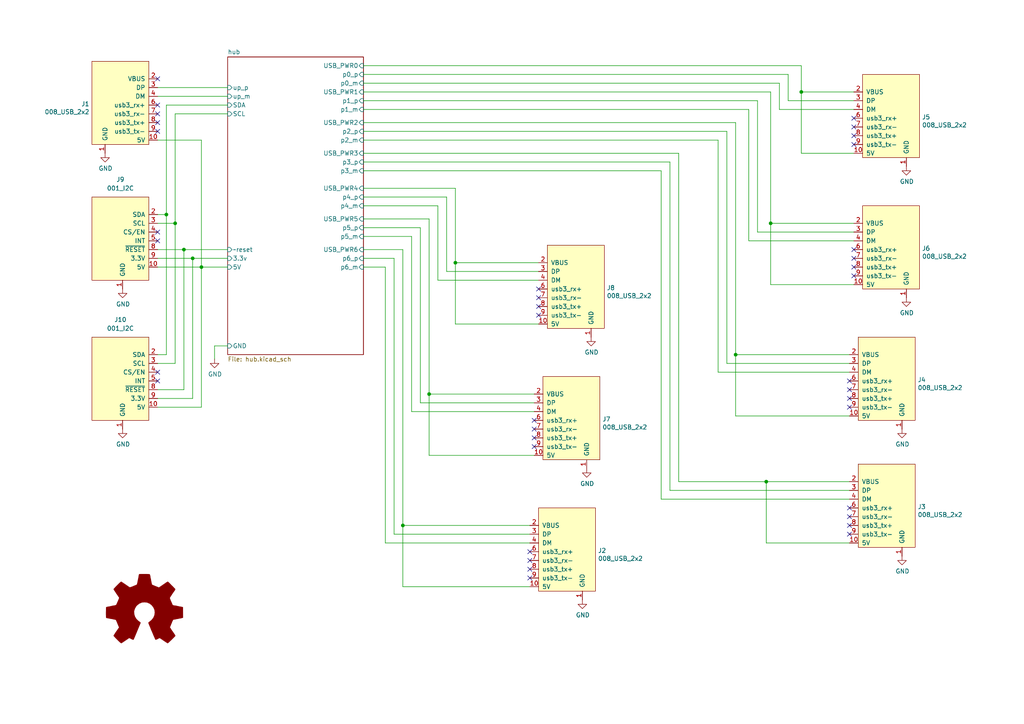
<source format=kicad_sch>
(kicad_sch (version 20230121) (generator eeschema)

  (uuid e877bf4a-4210-4bd3-b7b0-806eb4affc5b)

  (paper "A4")

  (lib_symbols
    (symbol "Graphic:Logo_Open_Hardware_Large" (in_bom no) (on_board no)
      (property "Reference" "#SYM" (at 0 12.7 0)
        (effects (font (size 1.27 1.27)) hide)
      )
      (property "Value" "Logo_Open_Hardware_Large" (at 0 -10.16 0)
        (effects (font (size 1.27 1.27)) hide)
      )
      (property "Footprint" "" (at 0 0 0)
        (effects (font (size 1.27 1.27)) hide)
      )
      (property "Datasheet" "~" (at 0 0 0)
        (effects (font (size 1.27 1.27)) hide)
      )
      (property "Sim.Enable" "0" (at 0 0 0)
        (effects (font (size 1.27 1.27)) hide)
      )
      (property "ki_keywords" "Logo" (at 0 0 0)
        (effects (font (size 1.27 1.27)) hide)
      )
      (property "ki_description" "Open Hardware logo, large" (at 0 0 0)
        (effects (font (size 1.27 1.27)) hide)
      )
      (symbol "Logo_Open_Hardware_Large_1_1"
        (polyline
          (pts
            (xy 6.731 -8.7122)
            (xy 6.6294 -8.6614)
            (xy 6.35 -8.4836)
            (xy 5.9944 -8.255)
            (xy 5.5372 -7.9502)
            (xy 5.1054 -7.6454)
            (xy 4.7498 -7.4168)
            (xy 4.4958 -7.239)
            (xy 4.3942 -7.1882)
            (xy 4.318 -7.2136)
            (xy 4.1148 -7.3152)
            (xy 3.81 -7.4676)
            (xy 3.6322 -7.5692)
            (xy 3.3528 -7.6708)
            (xy 3.2258 -7.6962)
            (xy 3.2004 -7.6708)
            (xy 3.0988 -7.4676)
            (xy 2.9464 -7.0866)
            (xy 2.7178 -6.604)
            (xy 2.4892 -6.0452)
            (xy 2.2352 -5.4356)
            (xy 1.9558 -4.826)
            (xy 1.7272 -4.2164)
            (xy 1.4986 -3.683)
            (xy 1.3208 -3.2512)
            (xy 1.2192 -2.9464)
            (xy 1.1684 -2.8194)
            (xy 1.1938 -2.794)
            (xy 1.3208 -2.667)
            (xy 1.5748 -2.4892)
            (xy 2.0828 -2.0574)
            (xy 2.6162 -1.397)
            (xy 2.921 -0.6604)
            (xy 3.048 0.1524)
            (xy 2.9464 0.9144)
            (xy 2.6416 1.6256)
            (xy 2.1336 2.286)
            (xy 1.524 2.7686)
            (xy 0.8128 3.0734)
            (xy 0 3.175)
            (xy -0.762 3.0988)
            (xy -1.4986 2.794)
            (xy -2.159 2.286)
            (xy -2.4384 1.9812)
            (xy -2.8194 1.3208)
            (xy -3.048 0.6096)
            (xy -3.0734 0.4318)
            (xy -3.0226 -0.3556)
            (xy -2.794 -1.0922)
            (xy -2.3876 -1.7526)
            (xy -1.8288 -2.3114)
            (xy -1.7526 -2.3622)
            (xy -1.4732 -2.5654)
            (xy -1.2954 -2.6924)
            (xy -1.1684 -2.8194)
            (xy -2.159 -5.207)
            (xy -2.3114 -5.588)
            (xy -2.5908 -6.2484)
            (xy -2.8194 -6.8072)
            (xy -3.0226 -7.2644)
            (xy -3.1496 -7.5692)
            (xy -3.2258 -7.6708)
            (xy -3.2258 -7.6962)
            (xy -3.302 -7.6962)
            (xy -3.4798 -7.6454)
            (xy -3.8354 -7.4676)
            (xy -4.0386 -7.366)
            (xy -4.2926 -7.239)
            (xy -4.4196 -7.1882)
            (xy -4.5212 -7.239)
            (xy -4.7498 -7.3914)
            (xy -5.1054 -7.6454)
            (xy -5.5372 -7.9248)
            (xy -5.9436 -8.2042)
            (xy -6.3246 -8.4582)
            (xy -6.604 -8.636)
            (xy -6.731 -8.7122)
            (xy -6.7564 -8.7122)
            (xy -6.858 -8.636)
            (xy -7.0866 -8.4582)
            (xy -7.4168 -8.1534)
            (xy -7.874 -7.6962)
            (xy -7.9502 -7.62)
            (xy -8.3312 -7.239)
            (xy -8.636 -6.9088)
            (xy -8.8392 -6.6802)
            (xy -8.9154 -6.5786)
            (xy -8.9154 -6.5786)
            (xy -8.8392 -6.4516)
            (xy -8.6614 -6.1722)
            (xy -8.4328 -5.7912)
            (xy -8.128 -5.3594)
            (xy -7.3152 -4.191)
            (xy -7.7724 -3.0988)
            (xy -7.8994 -2.7686)
            (xy -8.0772 -2.3622)
            (xy -8.2042 -2.0828)
            (xy -8.255 -1.9558)
            (xy -8.382 -1.905)
            (xy -8.6614 -1.8542)
            (xy -9.0932 -1.7526)
            (xy -9.6266 -1.651)
            (xy -10.1092 -1.5748)
            (xy -10.541 -1.4732)
            (xy -10.8712 -1.4224)
            (xy -11.0236 -1.397)
            (xy -11.049 -1.3716)
            (xy -11.0744 -1.2954)
            (xy -11.0998 -1.143)
            (xy -11.0998 -0.889)
            (xy -11.1252 -0.4572)
            (xy -11.1252 0.1524)
            (xy -11.1252 0.2286)
            (xy -11.0998 0.8128)
            (xy -11.0998 1.27)
            (xy -11.0744 1.5494)
            (xy -11.0744 1.6764)
            (xy -11.0744 1.6764)
            (xy -10.922 1.7018)
            (xy -10.6172 1.778)
            (xy -10.16 1.8542)
            (xy -9.652 1.9558)
            (xy -9.6012 1.9812)
            (xy -9.0932 2.0828)
            (xy -8.636 2.159)
            (xy -8.3312 2.2352)
            (xy -8.2042 2.286)
            (xy -8.1788 2.3114)
            (xy -8.0772 2.5146)
            (xy -7.9248 2.8448)
            (xy -7.747 3.2512)
            (xy -7.5692 3.6576)
            (xy -7.4168 4.0386)
            (xy -7.3152 4.318)
            (xy -7.2898 4.445)
            (xy -7.2898 4.445)
            (xy -7.366 4.572)
            (xy -7.5438 4.826)
            (xy -7.7978 5.207)
            (xy -8.128 5.6642)
            (xy -8.128 5.6896)
            (xy -8.4328 6.1468)
            (xy -8.6868 6.5278)
            (xy -8.8392 6.7818)
            (xy -8.9154 6.9088)
            (xy -8.9154 6.9088)
            (xy -8.8138 7.0358)
            (xy -8.5852 7.2898)
            (xy -8.255 7.6454)
            (xy -7.874 8.0264)
            (xy -7.747 8.1534)
            (xy -7.3152 8.5852)
            (xy -7.0104 8.8646)
            (xy -6.8326 8.9916)
            (xy -6.731 9.0424)
            (xy -6.731 9.0424)
            (xy -6.604 8.9408)
            (xy -6.3246 8.763)
            (xy -5.9436 8.509)
            (xy -5.4864 8.2042)
            (xy -5.461 8.1788)
            (xy -5.0038 7.874)
            (xy -4.6482 7.62)
            (xy -4.3688 7.4422)
            (xy -4.2672 7.3914)
            (xy -4.2418 7.3914)
            (xy -4.064 7.4422)
            (xy -3.7338 7.5438)
            (xy -3.3528 7.6962)
            (xy -2.9464 7.874)
            (xy -2.5654 8.0264)
            (xy -2.286 8.1534)
            (xy -2.159 8.2296)
            (xy -2.159 8.2296)
            (xy -2.1082 8.382)
            (xy -2.032 8.7122)
            (xy -1.9304 9.1694)
            (xy -1.8288 9.7282)
            (xy -1.8034 9.8044)
            (xy -1.7018 10.3378)
            (xy -1.6256 10.7696)
            (xy -1.5748 11.0744)
            (xy -1.524 11.2014)
            (xy -1.4478 11.2268)
            (xy -1.1938 11.2522)
            (xy -0.8128 11.2522)
            (xy -0.3302 11.2522)
            (xy 0.1524 11.2522)
            (xy 0.6604 11.2522)
            (xy 1.0668 11.2268)
            (xy 1.3716 11.2014)
            (xy 1.4986 11.176)
            (xy 1.4986 11.176)
            (xy 1.5494 11.0236)
            (xy 1.6256 10.6934)
            (xy 1.7018 10.2108)
            (xy 1.8288 9.6774)
            (xy 1.8288 9.5758)
            (xy 1.9304 9.0424)
            (xy 2.032 8.6106)
            (xy 2.0828 8.3058)
            (xy 2.1336 8.2042)
            (xy 2.159 8.1788)
            (xy 2.3876 8.0772)
            (xy 2.7432 7.9248)
            (xy 3.175 7.747)
            (xy 4.191 7.3406)
            (xy 5.461 8.2042)
            (xy 5.5626 8.2804)
            (xy 6.0198 8.5852)
            (xy 6.3754 8.8392)
            (xy 6.6294 8.9916)
            (xy 6.7564 9.0424)
            (xy 6.7564 9.0424)
            (xy 6.8834 8.9408)
            (xy 7.1374 8.7122)
            (xy 7.4676 8.382)
            (xy 7.8486 7.9756)
            (xy 8.1534 7.6962)
            (xy 8.4836 7.3406)
            (xy 8.7122 7.112)
            (xy 8.8392 6.9596)
            (xy 8.8646 6.858)
            (xy 8.8646 6.8072)
            (xy 8.7884 6.6802)
            (xy 8.6106 6.4008)
            (xy 8.3312 6.0198)
            (xy 8.0264 5.588)
            (xy 7.7978 5.207)
            (xy 7.5184 4.8006)
            (xy 7.3406 4.4958)
            (xy 7.2898 4.3434)
            (xy 7.2898 4.2926)
            (xy 7.3914 4.0386)
            (xy 7.5184 3.683)
            (xy 7.7216 3.2258)
            (xy 8.1534 2.2352)
            (xy 8.7884 2.1082)
            (xy 9.1948 2.0574)
            (xy 9.7536 1.9304)
            (xy 10.2616 1.8288)
            (xy 11.0998 1.6764)
            (xy 11.1252 -1.3208)
            (xy 10.9982 -1.3716)
            (xy 10.8712 -1.397)
            (xy 10.5664 -1.4732)
            (xy 10.1346 -1.5494)
            (xy 9.6266 -1.651)
            (xy 9.1948 -1.7272)
            (xy 8.7376 -1.8288)
            (xy 8.4328 -1.8796)
            (xy 8.2804 -1.905)
            (xy 8.255 -1.9558)
            (xy 8.1534 -2.159)
            (xy 7.9756 -2.5146)
            (xy 7.8232 -2.921)
            (xy 7.6454 -3.3274)
            (xy 7.493 -3.7338)
            (xy 7.366 -4.0132)
            (xy 7.3406 -4.191)
            (xy 7.3914 -4.2926)
            (xy 7.5692 -4.5466)
            (xy 7.7978 -4.9276)
            (xy 8.1026 -5.3594)
            (xy 8.4074 -5.7912)
            (xy 8.6614 -6.1722)
            (xy 8.8138 -6.4262)
            (xy 8.89 -6.5532)
            (xy 8.8646 -6.6548)
            (xy 8.6868 -6.858)
            (xy 8.3566 -7.1882)
            (xy 7.874 -7.6708)
            (xy 7.7978 -7.747)
            (xy 7.3914 -8.128)
            (xy 7.0612 -8.4328)
            (xy 6.8326 -8.636)
            (xy 6.731 -8.7122)
          )
          (stroke (width 0) (type default))
          (fill (type outline))
        )
      )
    )
    (symbol "power:GND" (power) (pin_names (offset 0)) (in_bom yes) (on_board yes)
      (property "Reference" "#PWR" (at 0 -6.35 0)
        (effects (font (size 1.27 1.27)) hide)
      )
      (property "Value" "GND" (at 0 -3.81 0)
        (effects (font (size 1.27 1.27)))
      )
      (property "Footprint" "" (at 0 0 0)
        (effects (font (size 1.27 1.27)) hide)
      )
      (property "Datasheet" "" (at 0 0 0)
        (effects (font (size 1.27 1.27)) hide)
      )
      (property "ki_keywords" "global power" (at 0 0 0)
        (effects (font (size 1.27 1.27)) hide)
      )
      (property "ki_description" "Power symbol creates a global label with name \"GND\" , ground" (at 0 0 0)
        (effects (font (size 1.27 1.27)) hide)
      )
      (symbol "GND_0_1"
        (polyline
          (pts
            (xy 0 0)
            (xy 0 -1.27)
            (xy 1.27 -1.27)
            (xy 0 -2.54)
            (xy -1.27 -1.27)
            (xy 0 -1.27)
          )
          (stroke (width 0) (type default))
          (fill (type none))
        )
      )
      (symbol "GND_1_1"
        (pin power_in line (at 0 0 270) (length 0) hide
          (name "GND" (effects (font (size 1.27 1.27))))
          (number "1" (effects (font (size 1.27 1.27))))
        )
      )
    )
    (symbol "put_on_edge:001_I2C" (pin_names (offset 1.016)) (in_bom yes) (on_board yes)
      (property "Reference" "J" (at -2.54 13.97 0)
        (effects (font (size 1.27 1.27)))
      )
      (property "Value" "001_I2C" (at 8.89 13.97 0)
        (effects (font (size 1.27 1.27)))
      )
      (property "Footprint" "" (at 7.62 16.51 0)
        (effects (font (size 1.27 1.27)) hide)
      )
      (property "Datasheet" "" (at 7.62 16.51 0)
        (effects (font (size 1.27 1.27)) hide)
      )
      (symbol "001_I2C_0_1"
        (rectangle (start -8.89 12.7) (end 7.62 -11.43)
          (stroke (width 0) (type default))
          (fill (type background))
        )
      )
      (symbol "001_I2C_1_1"
        (pin power_in line (at -1.27 -13.97 90) (length 2.54)
          (name "GND" (effects (font (size 1.27 1.27))))
          (number "1" (effects (font (size 1.27 1.27))))
        )
        (pin power_in line (at -11.43 -7.62 0) (length 2.54)
          (name "5V" (effects (font (size 1.27 1.27))))
          (number "10" (effects (font (size 1.27 1.27))))
        )
        (pin bidirectional line (at -11.43 7.62 0) (length 2.54)
          (name "SDA" (effects (font (size 1.27 1.27))))
          (number "2" (effects (font (size 1.27 1.27))))
        )
        (pin bidirectional line (at -11.43 5.08 0) (length 2.54)
          (name "SCL" (effects (font (size 1.27 1.27))))
          (number "3" (effects (font (size 1.27 1.27))))
        )
        (pin bidirectional line (at -11.43 2.54 0) (length 2.54)
          (name "CS/EN" (effects (font (size 1.27 1.27))))
          (number "4" (effects (font (size 1.27 1.27))))
        )
        (pin bidirectional line (at -11.43 0 0) (length 2.54)
          (name "INT" (effects (font (size 1.27 1.27))))
          (number "5" (effects (font (size 1.27 1.27))))
        )
        (pin bidirectional line (at -11.43 -2.54 0) (length 2.54)
          (name "~{RESET}" (effects (font (size 1.27 1.27))))
          (number "8" (effects (font (size 1.27 1.27))))
        )
        (pin power_in line (at -11.43 -5.08 0) (length 2.54)
          (name "3.3V" (effects (font (size 1.27 1.27))))
          (number "9" (effects (font (size 1.27 1.27))))
        )
      )
    )
    (symbol "put_on_edge:008_USB" (pin_names (offset 1.016)) (in_bom yes) (on_board yes)
      (property "Reference" "J" (at -2.54 13.97 0)
        (effects (font (size 1.27 1.27)))
      )
      (property "Value" "008_USB" (at 8.89 13.97 0)
        (effects (font (size 1.27 1.27)))
      )
      (property "Footprint" "" (at 7.62 16.51 0)
        (effects (font (size 1.27 1.27)) hide)
      )
      (property "Datasheet" "" (at 7.62 16.51 0)
        (effects (font (size 1.27 1.27)) hide)
      )
      (symbol "008_USB_0_1"
        (rectangle (start -8.89 12.7) (end 7.62 -11.43)
          (stroke (width 0) (type default))
          (fill (type background))
        )
      )
      (symbol "008_USB_1_1"
        (pin power_in line (at 3.81 -13.97 90) (length 2.54)
          (name "GND" (effects (font (size 1.27 1.27))))
          (number "1" (effects (font (size 1.27 1.27))))
        )
        (pin power_in line (at -11.43 -10.16 0) (length 2.54)
          (name "5V" (effects (font (size 1.27 1.27))))
          (number "10" (effects (font (size 1.27 1.27))))
        )
        (pin power_in line (at -11.43 7.62 0) (length 2.54)
          (name "VBUS" (effects (font (size 1.27 1.27))))
          (number "2" (effects (font (size 1.27 1.27))))
        )
        (pin bidirectional line (at -11.43 5.08 0) (length 2.54)
          (name "DP" (effects (font (size 1.27 1.27))))
          (number "3" (effects (font (size 1.27 1.27))))
        )
        (pin bidirectional line (at -11.43 2.54 0) (length 2.54)
          (name "DM" (effects (font (size 1.27 1.27))))
          (number "4" (effects (font (size 1.27 1.27))))
        )
        (pin input line (at -11.43 0 0) (length 2.54)
          (name "usb3_rx+" (effects (font (size 1.27 1.27))))
          (number "6" (effects (font (size 1.27 1.27))))
        )
        (pin input line (at -11.43 -2.54 0) (length 2.54)
          (name "usb3_rx-" (effects (font (size 1.27 1.27))))
          (number "7" (effects (font (size 1.27 1.27))))
        )
        (pin input line (at -11.43 -5.08 0) (length 2.54)
          (name "usb3_tx+" (effects (font (size 1.27 1.27))))
          (number "8" (effects (font (size 1.27 1.27))))
        )
        (pin input line (at -11.43 -7.62 0) (length 2.54)
          (name "usb3_tx-" (effects (font (size 1.27 1.27))))
          (number "9" (effects (font (size 1.27 1.27))))
        )
      )
    )
  )

  (junction (at 116.84 152.4) (diameter 0) (color 0 0 0 0)
    (uuid 173c791b-ad23-46fe-bde1-3f14519d4ad0)
  )
  (junction (at 223.52 64.77) (diameter 0) (color 0 0 0 0)
    (uuid 184c1293-48a0-49d2-a9bb-d0c6263df333)
  )
  (junction (at 48.26 62.23) (diameter 0) (color 0 0 0 0)
    (uuid 357f888e-570a-420e-a0f4-fe81fa98fd10)
  )
  (junction (at 50.8 64.77) (diameter 0) (color 0 0 0 0)
    (uuid 3a801f5c-58fe-42d1-bb72-05a0ef4c7ddb)
  )
  (junction (at 124.46 114.3) (diameter 0) (color 0 0 0 0)
    (uuid 3afbeecd-50e0-484a-a54d-601baa192bfe)
  )
  (junction (at 58.42 77.47) (diameter 0) (color 0 0 0 0)
    (uuid 46a7eb52-71a7-47c7-8582-ca24ad5d4007)
  )
  (junction (at 232.41 26.67) (diameter 0) (color 0 0 0 0)
    (uuid 50dd36cf-9f2f-4036-aecb-7d5e248e595f)
  )
  (junction (at 55.88 74.93) (diameter 0) (color 0 0 0 0)
    (uuid c49c440b-d100-4dfc-a339-de6ca6d72f32)
  )
  (junction (at 53.34 72.39) (diameter 0) (color 0 0 0 0)
    (uuid cfcb524c-29c9-4ecd-9c48-84b0e3a6af71)
  )
  (junction (at 213.36 102.87) (diameter 0) (color 0 0 0 0)
    (uuid cfcda6c4-e738-4c78-8e24-edda1f4e2317)
  )
  (junction (at 132.08 76.2) (diameter 0) (color 0 0 0 0)
    (uuid f3ed7b9c-95b7-4d9a-aaec-e432be5701a6)
  )
  (junction (at 222.25 139.7) (diameter 0) (color 0 0 0 0)
    (uuid fd1a3e71-d7fe-4f79-9fe4-12f0a2b0e1a6)
  )

  (no_connect (at 156.21 83.82) (uuid 0e9d8f7a-d0d9-4926-a04d-21863bb305a4))
  (no_connect (at 45.72 22.86) (uuid 12f0783c-74fa-47a0-8f0e-ef38710451d9))
  (no_connect (at 247.65 39.37) (uuid 180245d9-4a3f-4d1b-adcc-b4eafac722e0))
  (no_connect (at 45.72 35.56) (uuid 1fbb0219-551e-409b-a61b-76e8cebdfb9d))
  (no_connect (at 247.65 72.39) (uuid 28e37b45-f843-47c2-85c9-ca19f5430ece))
  (no_connect (at 153.67 167.64) (uuid 30f4ab90-53c6-4c51-827f-d87c6b512c07))
  (no_connect (at 246.38 152.4) (uuid 3326423d-8df7-4a7e-a354-349430b8fbd7))
  (no_connect (at 154.94 127) (uuid 3af57f36-4eb5-45d5-833f-ecbd3917d9c7))
  (no_connect (at 247.65 80.01) (uuid 3c5e5ea9-793d-46e3-86bc-5884c4490dc7))
  (no_connect (at 246.38 154.94) (uuid 4d4fecdd-be4a-47e9-9085-2268d5852d8f))
  (no_connect (at 156.21 88.9) (uuid 4d9f0f75-f530-4f4e-8119-34a1cd8b957c))
  (no_connect (at 246.38 149.86) (uuid 4ec618ae-096f-4256-9328-005ee04f13d6))
  (no_connect (at 247.65 36.83) (uuid 54212c01-b363-47b8-a145-45c40df316f4))
  (no_connect (at 45.72 69.85) (uuid 5a6056f5-199c-4e23-8e13-96f5632457fc))
  (no_connect (at 246.38 115.57) (uuid 5d9921f1-08b3-4cc9-8cf7-e9a72ca2fdb7))
  (no_connect (at 153.67 162.56) (uuid 6004948e-fa49-4c45-a47b-a1212ce4ace1))
  (no_connect (at 153.67 160.02) (uuid 621f9234-5ce7-46b6-adfa-1b7504a19be4))
  (no_connect (at 153.67 165.1) (uuid 62bc7c40-1f02-48f0-8ed3-86e0eb2755dd))
  (no_connect (at 45.72 30.48) (uuid 79770cd5-32d7-429a-8248-0d9e6212231a))
  (no_connect (at 45.72 38.1) (uuid 7bfba61b-6752-4a45-9ee6-5984dcb15041))
  (no_connect (at 247.65 74.93) (uuid 88610282-a92d-4c3d-917a-ea95d59e0759))
  (no_connect (at 246.38 147.32) (uuid 92035a88-6c95-4a61-bd8a-cb8dd9e5018a))
  (no_connect (at 156.21 86.36) (uuid 96404a45-5e74-4fac-a8e4-bf349df9276c))
  (no_connect (at 247.65 77.47) (uuid 98914cc3-56fe-40bb-820a-3d157225c145))
  (no_connect (at 45.72 33.02) (uuid 99332785-d9f1-4363-9377-26ddc18e6d2c))
  (no_connect (at 247.65 34.29) (uuid 99dfa524-0366-4808-b4e8-328fc38e8656))
  (no_connect (at 154.94 121.92) (uuid 9a799cbb-bb38-4f15-bdca-92e7a8e51304))
  (no_connect (at 246.38 110.49) (uuid 9dcdc92b-2219-4a4a-8954-45f02cc3ab25))
  (no_connect (at 45.72 67.31) (uuid 9f8b8f9c-43ea-4d97-8533-38e997835cb4))
  (no_connect (at 45.72 110.49) (uuid af8ee20b-78ac-40bc-a4ec-7ca1e5df05aa))
  (no_connect (at 154.94 124.46) (uuid b31cf212-daa4-4a05-846f-f29b2e2162cc))
  (no_connect (at 246.38 118.11) (uuid c8b6b273-3d20-4a46-8069-f6d608563604))
  (no_connect (at 45.72 107.95) (uuid cb1c6c68-a042-40dc-b7b9-d276792b3077))
  (no_connect (at 154.94 129.54) (uuid d1e86bf8-a102-4bbc-9af9-fb12493dc0af))
  (no_connect (at 246.38 113.03) (uuid dae72997-44fc-4275-b36f-cd70bf46cfba))
  (no_connect (at 247.65 41.91) (uuid f8f3a9fc-1e34-4573-a767-508104e8d242))
  (no_connect (at 156.21 91.44) (uuid ff84ea60-6e59-41c2-a6d3-bbefd5b13140))

  (wire (pts (xy 45.72 115.57) (xy 55.88 115.57))
    (stroke (width 0) (type default))
    (uuid 010240bf-5ae3-4727-a07f-ae6d28c13bc4)
  )
  (wire (pts (xy 219.71 67.31) (xy 219.71 29.21))
    (stroke (width 0) (type default))
    (uuid 014d5e40-b405-481e-85c2-e2196780a4c5)
  )
  (wire (pts (xy 111.76 157.48) (xy 111.76 77.47))
    (stroke (width 0) (type default))
    (uuid 01edea46-31d5-4123-92fc-764455d5b38a)
  )
  (wire (pts (xy 114.3 154.94) (xy 114.3 74.93))
    (stroke (width 0) (type default))
    (uuid 01ffe894-13ee-4951-ab6e-21848960fffe)
  )
  (wire (pts (xy 156.21 81.28) (xy 127 81.28))
    (stroke (width 0) (type default))
    (uuid 04e3a060-159d-433d-bf95-33342af5268b)
  )
  (wire (pts (xy 129.54 78.74) (xy 129.54 57.15))
    (stroke (width 0) (type default))
    (uuid 05eab202-a383-4eb5-bd1c-b3e44f0b4687)
  )
  (wire (pts (xy 45.72 64.77) (xy 50.8 64.77))
    (stroke (width 0) (type default))
    (uuid 06f528d1-15c3-47e6-8c8b-b3e18648f81f)
  )
  (wire (pts (xy 213.36 102.87) (xy 213.36 120.65))
    (stroke (width 0) (type default))
    (uuid 07859b49-a0ee-476f-9fc5-7bd665b51527)
  )
  (wire (pts (xy 246.38 107.95) (xy 208.28 107.95))
    (stroke (width 0) (type default))
    (uuid 09a76f23-0e0c-4b48-8717-283b036e43f8)
  )
  (wire (pts (xy 232.41 26.67) (xy 232.41 44.45))
    (stroke (width 0) (type default))
    (uuid 0c84fdc7-d928-426c-9981-84044e5881ec)
  )
  (wire (pts (xy 55.88 74.93) (xy 66.04 74.93))
    (stroke (width 0) (type default))
    (uuid 0ea0adc2-d751-4752-bf98-770f13e7dbfd)
  )
  (wire (pts (xy 105.41 26.67) (xy 223.52 26.67))
    (stroke (width 0) (type default))
    (uuid 0fe82587-ebb0-4b2b-afbc-8e26ae7afe5a)
  )
  (wire (pts (xy 48.26 30.48) (xy 66.04 30.48))
    (stroke (width 0) (type default))
    (uuid 1185ebff-1526-43c8-b6a5-81fd845260a9)
  )
  (wire (pts (xy 121.92 116.84) (xy 121.92 66.04))
    (stroke (width 0) (type default))
    (uuid 182ab1e5-6532-45d7-a6bc-b32573844ce4)
  )
  (wire (pts (xy 210.82 105.41) (xy 210.82 38.1))
    (stroke (width 0) (type default))
    (uuid 1c8a0ef5-92c8-4f78-9924-9fa0f6c41cfe)
  )
  (wire (pts (xy 154.94 116.84) (xy 121.92 116.84))
    (stroke (width 0) (type default))
    (uuid 21ce15f6-6fd2-4d3a-8970-6ae380d75711)
  )
  (wire (pts (xy 105.41 21.59) (xy 228.6 21.59))
    (stroke (width 0) (type default))
    (uuid 26202e44-9bf0-4c71-9266-509dda8abecf)
  )
  (wire (pts (xy 124.46 63.5) (xy 124.46 114.3))
    (stroke (width 0) (type default))
    (uuid 2809c87b-7062-4cfe-9183-5526526f1acf)
  )
  (wire (pts (xy 232.41 19.05) (xy 232.41 26.67))
    (stroke (width 0) (type default))
    (uuid 29e78086-2175-405e-9ba3-c48766d2f50c)
  )
  (wire (pts (xy 127 81.28) (xy 127 59.69))
    (stroke (width 0) (type default))
    (uuid 31b561d7-0199-4191-9661-d91d9aefdb1b)
  )
  (wire (pts (xy 213.36 35.56) (xy 213.36 102.87))
    (stroke (width 0) (type default))
    (uuid 36505f22-2b2b-4e44-bf2c-88ce1740e165)
  )
  (wire (pts (xy 62.23 100.33) (xy 66.04 100.33))
    (stroke (width 0) (type default))
    (uuid 37433b83-47e2-4268-b503-6f0c77900082)
  )
  (wire (pts (xy 223.52 64.77) (xy 247.65 64.77))
    (stroke (width 0) (type default))
    (uuid 37cad880-e144-4919-a121-ce5f8625a786)
  )
  (wire (pts (xy 50.8 105.41) (xy 50.8 64.77))
    (stroke (width 0) (type default))
    (uuid 3b04fb7a-4755-4456-96d1-cc26496ba640)
  )
  (wire (pts (xy 124.46 114.3) (xy 154.94 114.3))
    (stroke (width 0) (type default))
    (uuid 3c596e2c-78cd-4ef1-860d-91778113c7b4)
  )
  (wire (pts (xy 219.71 29.21) (xy 105.41 29.21))
    (stroke (width 0) (type default))
    (uuid 44872c30-ad28-4f76-9f87-9f4e812bd9a9)
  )
  (wire (pts (xy 45.72 113.03) (xy 53.34 113.03))
    (stroke (width 0) (type default))
    (uuid 47a80e4b-f9a3-49df-83da-aa7033e343d3)
  )
  (wire (pts (xy 105.41 72.39) (xy 116.84 72.39))
    (stroke (width 0) (type default))
    (uuid 4aeebf80-1efc-48e5-afd6-31d01dd5de54)
  )
  (wire (pts (xy 111.76 77.47) (xy 105.41 77.47))
    (stroke (width 0) (type default))
    (uuid 4c745a56-c626-4934-b519-e09c4fc38c28)
  )
  (wire (pts (xy 121.92 66.04) (xy 105.41 66.04))
    (stroke (width 0) (type default))
    (uuid 4db48337-1010-450c-8f54-294cb2886687)
  )
  (wire (pts (xy 132.08 76.2) (xy 156.21 76.2))
    (stroke (width 0) (type default))
    (uuid 4dbdcb9a-9686-4090-b779-489eca91cc50)
  )
  (wire (pts (xy 66.04 33.02) (xy 50.8 33.02))
    (stroke (width 0) (type default))
    (uuid 4deea094-e55c-4ccd-8c4f-b6aed401c8aa)
  )
  (wire (pts (xy 53.34 113.03) (xy 53.34 72.39))
    (stroke (width 0) (type default))
    (uuid 4e20706d-defb-47c0-af6c-4b09a263b3db)
  )
  (wire (pts (xy 226.06 24.13) (xy 105.41 24.13))
    (stroke (width 0) (type default))
    (uuid 52eb5932-8816-438f-9d6a-6010d47b8e45)
  )
  (wire (pts (xy 153.67 154.94) (xy 114.3 154.94))
    (stroke (width 0) (type default))
    (uuid 566adf7e-8db6-4517-9562-42cb2262add2)
  )
  (wire (pts (xy 232.41 19.05) (xy 105.41 19.05))
    (stroke (width 0) (type default))
    (uuid 57849927-4b5d-4d0f-8f78-cd629b2aca24)
  )
  (wire (pts (xy 247.65 69.85) (xy 217.17 69.85))
    (stroke (width 0) (type default))
    (uuid 599bccdb-e2bf-41c5-9848-ec8c01376960)
  )
  (wire (pts (xy 124.46 132.08) (xy 124.46 114.3))
    (stroke (width 0) (type default))
    (uuid 5b9b6d1b-0098-4955-995c-d8a3ea149fea)
  )
  (wire (pts (xy 45.72 62.23) (xy 48.26 62.23))
    (stroke (width 0) (type default))
    (uuid 5c38f939-76fc-419c-8996-5477ee84b8f0)
  )
  (wire (pts (xy 232.41 44.45) (xy 247.65 44.45))
    (stroke (width 0) (type default))
    (uuid 5c8056ad-1d75-4fd9-b5dd-86b441b9bae9)
  )
  (wire (pts (xy 62.23 104.14) (xy 62.23 100.33))
    (stroke (width 0) (type default))
    (uuid 5f333c2a-99ea-4694-8b67-6adeced3eec8)
  )
  (wire (pts (xy 105.41 54.61) (xy 132.08 54.61))
    (stroke (width 0) (type default))
    (uuid 61330bf4-0526-4808-bf0d-90ceb669b23d)
  )
  (wire (pts (xy 247.65 67.31) (xy 219.71 67.31))
    (stroke (width 0) (type default))
    (uuid 643d38d4-5b65-4ba0-b8a7-b44b13e0b200)
  )
  (wire (pts (xy 45.72 74.93) (xy 55.88 74.93))
    (stroke (width 0) (type default))
    (uuid 67a5e928-5dc9-401e-a222-15b66bbfba89)
  )
  (wire (pts (xy 119.38 119.38) (xy 119.38 68.58))
    (stroke (width 0) (type default))
    (uuid 6a787d87-2d1c-48d0-816b-b72c719ff5fd)
  )
  (wire (pts (xy 116.84 72.39) (xy 116.84 152.4))
    (stroke (width 0) (type default))
    (uuid 6b9777eb-7475-4079-a3b9-0b926064ec26)
  )
  (wire (pts (xy 105.41 49.53) (xy 191.77 49.53))
    (stroke (width 0) (type default))
    (uuid 6cebb8fc-a014-4386-b851-0dc316201092)
  )
  (wire (pts (xy 217.17 69.85) (xy 217.17 31.75))
    (stroke (width 0) (type default))
    (uuid 6d4132af-497f-4e8b-ac0a-36cc01159dc4)
  )
  (wire (pts (xy 223.52 82.55) (xy 247.65 82.55))
    (stroke (width 0) (type default))
    (uuid 72a5db00-77e9-4c8d-8283-59cb41a15a0e)
  )
  (wire (pts (xy 154.94 119.38) (xy 119.38 119.38))
    (stroke (width 0) (type default))
    (uuid 77080a78-fd4f-4e43-a50b-c30701c6beea)
  )
  (wire (pts (xy 153.67 170.18) (xy 116.84 170.18))
    (stroke (width 0) (type default))
    (uuid 783ec9ff-8f79-43b3-8cfa-477265b5b627)
  )
  (wire (pts (xy 58.42 77.47) (xy 66.04 77.47))
    (stroke (width 0) (type default))
    (uuid 78c8ee5f-232f-436d-a793-25bce57de71f)
  )
  (wire (pts (xy 247.65 31.75) (xy 226.06 31.75))
    (stroke (width 0) (type default))
    (uuid 7b4469ec-fbfc-4f24-bc1d-63ac2a48db9f)
  )
  (wire (pts (xy 45.72 27.94) (xy 66.04 27.94))
    (stroke (width 0) (type default))
    (uuid 7bdeabe1-729b-4cad-ab81-05b54731414b)
  )
  (wire (pts (xy 45.72 40.64) (xy 58.42 40.64))
    (stroke (width 0) (type default))
    (uuid 8096a561-bce7-4fdf-9d0c-540422a2fe82)
  )
  (wire (pts (xy 156.21 78.74) (xy 129.54 78.74))
    (stroke (width 0) (type default))
    (uuid 82141a90-4572-472c-a599-bf0d79e380e6)
  )
  (wire (pts (xy 132.08 93.98) (xy 132.08 76.2))
    (stroke (width 0) (type default))
    (uuid 8236fd7e-27aa-47a5-9d8c-57839f24ae71)
  )
  (wire (pts (xy 45.72 102.87) (xy 48.26 102.87))
    (stroke (width 0) (type default))
    (uuid 82eccd97-5ad4-42d7-9a0c-205b00daa5c9)
  )
  (wire (pts (xy 156.21 93.98) (xy 132.08 93.98))
    (stroke (width 0) (type default))
    (uuid 83c01e23-f0d4-483f-b650-16c979d0139b)
  )
  (wire (pts (xy 213.36 102.87) (xy 246.38 102.87))
    (stroke (width 0) (type default))
    (uuid 88bde0a1-8493-4e5a-97d8-79da7c13242f)
  )
  (wire (pts (xy 114.3 74.93) (xy 105.41 74.93))
    (stroke (width 0) (type default))
    (uuid 8a0182a8-c08f-43b7-9656-c947e6e0c018)
  )
  (wire (pts (xy 45.72 25.4) (xy 66.04 25.4))
    (stroke (width 0) (type default))
    (uuid 8a1934c4-ae72-441f-9b5b-266b0640675f)
  )
  (wire (pts (xy 55.88 115.57) (xy 55.88 74.93))
    (stroke (width 0) (type default))
    (uuid 8c8fa380-a3b8-41fe-8ea9-3bb1e94d1cb3)
  )
  (wire (pts (xy 213.36 120.65) (xy 246.38 120.65))
    (stroke (width 0) (type default))
    (uuid 8d55a92a-0d16-4e36-ab4b-5e687840088c)
  )
  (wire (pts (xy 105.41 35.56) (xy 213.36 35.56))
    (stroke (width 0) (type default))
    (uuid 8f326d33-85ff-4da6-8e87-669f1af5cdd2)
  )
  (wire (pts (xy 116.84 170.18) (xy 116.84 152.4))
    (stroke (width 0) (type default))
    (uuid 911091f4-b74a-47c2-b618-7380d9f1f73b)
  )
  (wire (pts (xy 208.28 40.64) (xy 105.41 40.64))
    (stroke (width 0) (type default))
    (uuid 91b83011-3297-4a9a-8151-948d5e61ebaa)
  )
  (wire (pts (xy 153.67 157.48) (xy 111.76 157.48))
    (stroke (width 0) (type default))
    (uuid 931c19be-c533-4c3d-ae79-023f27742add)
  )
  (wire (pts (xy 129.54 57.15) (xy 105.41 57.15))
    (stroke (width 0) (type default))
    (uuid 95e57935-5875-4558-8ffe-66209dd42773)
  )
  (wire (pts (xy 228.6 21.59) (xy 228.6 29.21))
    (stroke (width 0) (type default))
    (uuid 97424e0c-e6f9-4301-b3df-51451a1cf801)
  )
  (wire (pts (xy 119.38 68.58) (xy 105.41 68.58))
    (stroke (width 0) (type default))
    (uuid 98c649a4-7c45-4375-b2e4-0dfdd4938094)
  )
  (wire (pts (xy 53.34 72.39) (xy 66.04 72.39))
    (stroke (width 0) (type default))
    (uuid 9d624c59-46aa-4ec3-a399-b549253648eb)
  )
  (wire (pts (xy 105.41 44.45) (xy 196.85 44.45))
    (stroke (width 0) (type default))
    (uuid 9d7e50b8-4519-4777-aa92-f06c3513295e)
  )
  (wire (pts (xy 50.8 33.02) (xy 50.8 64.77))
    (stroke (width 0) (type default))
    (uuid a0c161ce-5028-4730-abe9-0ab799fcd11a)
  )
  (wire (pts (xy 246.38 105.41) (xy 210.82 105.41))
    (stroke (width 0) (type default))
    (uuid a32581c6-5f00-4b3c-bccb-125ee24830ac)
  )
  (wire (pts (xy 194.31 142.24) (xy 194.31 46.99))
    (stroke (width 0) (type default))
    (uuid a6d96d55-f314-4a21-be63-5ab233ad6f3f)
  )
  (wire (pts (xy 196.85 44.45) (xy 196.85 139.7))
    (stroke (width 0) (type default))
    (uuid ac9a750b-3daa-48c0-9578-ce36ed2f1040)
  )
  (wire (pts (xy 105.41 63.5) (xy 124.46 63.5))
    (stroke (width 0) (type default))
    (uuid b1314056-4196-4291-9fb3-fcf237f163de)
  )
  (wire (pts (xy 208.28 107.95) (xy 208.28 40.64))
    (stroke (width 0) (type default))
    (uuid b1b33135-e5cb-4e6a-b35e-8582b64da320)
  )
  (wire (pts (xy 58.42 118.11) (xy 58.42 77.47))
    (stroke (width 0) (type default))
    (uuid bb60b0c2-0613-441d-a127-bd093a8d1272)
  )
  (wire (pts (xy 58.42 40.64) (xy 58.42 77.47))
    (stroke (width 0) (type default))
    (uuid c2374da3-a76b-4667-ae8c-af46e82640f5)
  )
  (wire (pts (xy 48.26 102.87) (xy 48.26 62.23))
    (stroke (width 0) (type default))
    (uuid c39b862f-689f-46b1-9fb8-0c06452e77b6)
  )
  (wire (pts (xy 226.06 31.75) (xy 226.06 24.13))
    (stroke (width 0) (type default))
    (uuid ca8a6371-a9bc-4129-bb70-2ed6b0f0a215)
  )
  (wire (pts (xy 222.25 157.48) (xy 222.25 139.7))
    (stroke (width 0) (type default))
    (uuid ce7a89df-ea9f-4314-9440-3f8dbcdb8bc1)
  )
  (wire (pts (xy 154.94 132.08) (xy 124.46 132.08))
    (stroke (width 0) (type default))
    (uuid d0071ec6-3586-4f0a-95bc-bafb47c93bb4)
  )
  (wire (pts (xy 45.72 72.39) (xy 53.34 72.39))
    (stroke (width 0) (type default))
    (uuid d20b31e6-4bd2-4b76-9189-0c9bff90980b)
  )
  (wire (pts (xy 191.77 144.78) (xy 246.38 144.78))
    (stroke (width 0) (type default))
    (uuid d909fcc6-3a2a-49e4-b321-e49f1a21c97f)
  )
  (wire (pts (xy 246.38 157.48) (xy 222.25 157.48))
    (stroke (width 0) (type default))
    (uuid daf6b546-8ff9-40bc-855e-21d0f325e7e1)
  )
  (wire (pts (xy 222.25 139.7) (xy 246.38 139.7))
    (stroke (width 0) (type default))
    (uuid dbe371b5-2df5-42a2-b3ac-ede24a202ba4)
  )
  (wire (pts (xy 228.6 29.21) (xy 247.65 29.21))
    (stroke (width 0) (type default))
    (uuid dc05a40d-e655-4ffc-967c-bf5ed04669cd)
  )
  (wire (pts (xy 196.85 139.7) (xy 222.25 139.7))
    (stroke (width 0) (type default))
    (uuid dc0bd504-08a4-49e0-bcdd-d01daf3d804d)
  )
  (wire (pts (xy 232.41 26.67) (xy 247.65 26.67))
    (stroke (width 0) (type default))
    (uuid dc4510b5-0019-4977-8d0d-80f341d9f994)
  )
  (wire (pts (xy 45.72 105.41) (xy 50.8 105.41))
    (stroke (width 0) (type default))
    (uuid dce48fd4-4c3f-48f0-b65c-c308f6395e87)
  )
  (wire (pts (xy 194.31 46.99) (xy 105.41 46.99))
    (stroke (width 0) (type default))
    (uuid de21199f-9b0b-42f6-b157-f8bc40aaf164)
  )
  (wire (pts (xy 217.17 31.75) (xy 105.41 31.75))
    (stroke (width 0) (type default))
    (uuid e11a8309-0f02-4563-b04c-e5fcf201b1ff)
  )
  (wire (pts (xy 132.08 54.61) (xy 132.08 76.2))
    (stroke (width 0) (type default))
    (uuid e1cb0477-79da-45f2-bbc5-2192873e00db)
  )
  (wire (pts (xy 116.84 152.4) (xy 153.67 152.4))
    (stroke (width 0) (type default))
    (uuid e29c2aa4-b550-42e8-899d-9babd39e6278)
  )
  (wire (pts (xy 48.26 62.23) (xy 48.26 30.48))
    (stroke (width 0) (type default))
    (uuid e2cee8eb-efea-4f90-9626-7192799ebfb5)
  )
  (wire (pts (xy 223.52 26.67) (xy 223.52 64.77))
    (stroke (width 0) (type default))
    (uuid e3980e58-12bd-4f67-9a24-b1df126d7ebc)
  )
  (wire (pts (xy 45.72 77.47) (xy 58.42 77.47))
    (stroke (width 0) (type default))
    (uuid e656fe59-bb9f-4a00-bcd8-25bef55e9a7c)
  )
  (wire (pts (xy 210.82 38.1) (xy 105.41 38.1))
    (stroke (width 0) (type default))
    (uuid f0847690-6e55-4f53-b52b-01f886b3b533)
  )
  (wire (pts (xy 191.77 49.53) (xy 191.77 144.78))
    (stroke (width 0) (type default))
    (uuid f4770952-f233-4ecb-9d98-2ad90dcaa6fd)
  )
  (wire (pts (xy 127 59.69) (xy 105.41 59.69))
    (stroke (width 0) (type default))
    (uuid f617f88d-952a-4874-8352-1c810f07341a)
  )
  (wire (pts (xy 246.38 142.24) (xy 194.31 142.24))
    (stroke (width 0) (type default))
    (uuid f9a60aff-4a27-4116-a24c-e8ee04e18e4d)
  )
  (wire (pts (xy 45.72 118.11) (xy 58.42 118.11))
    (stroke (width 0) (type default))
    (uuid fb614117-bfe7-4862-bd86-4c743f19b4f5)
  )
  (wire (pts (xy 223.52 64.77) (xy 223.52 82.55))
    (stroke (width 0) (type default))
    (uuid fee3d13f-b631-49e2-9ef6-c100ff525cd9)
  )

  (symbol (lib_id "put_on_edge:008_USB") (at 34.29 30.48 0) (mirror y) (unit 1)
    (in_bom yes) (on_board yes) (dnp no)
    (uuid 00000000-0000-0000-0000-0000602adece)
    (property "Reference" "J1" (at 25.9588 30.1498 0)
      (effects (font (size 1.27 1.27)) (justify left))
    )
    (property "Value" "008_USB_2x2" (at 25.9588 32.4612 0)
      (effects (font (size 1.27 1.27)) (justify left))
    )
    (property "Footprint" "on_edge:on_edge_2x05_device" (at 26.67 13.97 0)
      (effects (font (size 1.27 1.27)) hide)
    )
    (property "Datasheet" "" (at 26.67 13.97 0)
      (effects (font (size 1.27 1.27)) hide)
    )
    (pin "1" (uuid 343a1668-7762-46c7-9fd5-7dde82b71b61))
    (pin "2" (uuid c401f6df-7318-4f65-81ff-5d5de018286a))
    (pin "3" (uuid 9bd3b295-cf9b-4409-8a15-32cee0098743))
    (pin "4" (uuid 156d4abf-7bfa-45bd-b028-0f34b1baea75))
    (pin "6" (uuid 0bc5272f-685b-41d7-a93c-0b3f0a1269bf))
    (pin "7" (uuid 0a4084df-f615-44f7-be27-d26e27fea378))
    (pin "8" (uuid 10e3ca4b-6dd6-46d0-b031-216fa78fc3f9))
    (pin "9" (uuid 60796896-491e-41f2-8dde-06b7fb3ac294))
    (pin "10" (uuid 7d69af29-dfd9-4958-b33e-53d7fee581c3))
    (instances
      (project "board"
        (path "/e877bf4a-4210-4bd3-b7b0-806eb4affc5b"
          (reference "J1") (unit 1)
        )
      )
    )
  )

  (symbol (lib_id "put_on_edge:008_USB") (at 259.08 34.29 0) (unit 1)
    (in_bom yes) (on_board yes) (dnp no)
    (uuid 00000000-0000-0000-0000-0000602aea37)
    (property "Reference" "J5" (at 267.4112 33.9598 0)
      (effects (font (size 1.27 1.27)) (justify left))
    )
    (property "Value" "008_USB_2x2" (at 267.4112 36.2712 0)
      (effects (font (size 1.27 1.27)) (justify left))
    )
    (property "Footprint" "on_edge:on_edge_2x05_host" (at 266.7 17.78 0)
      (effects (font (size 1.27 1.27)) hide)
    )
    (property "Datasheet" "" (at 266.7 17.78 0)
      (effects (font (size 1.27 1.27)) hide)
    )
    (pin "1" (uuid 12a205b4-9f3b-4d1c-b80b-efc9c8e625b6))
    (pin "2" (uuid fd073802-4dd7-4e04-9b9f-2340f5c8c06c))
    (pin "3" (uuid 2f60dc17-fd35-4d05-8750-dcc87a16d2e4))
    (pin "4" (uuid 2fd41904-d28e-46e7-ad9d-acd50c604b0d))
    (pin "6" (uuid cb42b511-5680-48c9-9ed5-a830eaedeaa5))
    (pin "7" (uuid ef9dbf13-d945-40e6-938e-35c0389b250f))
    (pin "8" (uuid 25ce5d25-3793-4d86-abee-e0637cf2584a))
    (pin "9" (uuid 69f58775-ad12-482e-9fd6-f2329395b7e3))
    (pin "10" (uuid fab608db-6183-4355-86b6-9223e542c1db))
    (instances
      (project "board"
        (path "/e877bf4a-4210-4bd3-b7b0-806eb4affc5b"
          (reference "J5") (unit 1)
        )
      )
    )
  )

  (symbol (lib_id "put_on_edge:008_USB") (at 259.08 72.39 0) (unit 1)
    (in_bom yes) (on_board yes) (dnp no)
    (uuid 00000000-0000-0000-0000-0000602af05a)
    (property "Reference" "J6" (at 267.4112 72.0598 0)
      (effects (font (size 1.27 1.27)) (justify left))
    )
    (property "Value" "008_USB_2x2" (at 267.4112 74.3712 0)
      (effects (font (size 1.27 1.27)) (justify left))
    )
    (property "Footprint" "on_edge:on_edge_2x05_host" (at 266.7 55.88 0)
      (effects (font (size 1.27 1.27)) hide)
    )
    (property "Datasheet" "" (at 266.7 55.88 0)
      (effects (font (size 1.27 1.27)) hide)
    )
    (pin "1" (uuid c55a18be-17a4-4d46-b0cd-1b1664d60cad))
    (pin "2" (uuid dcafe74d-0bf3-494e-91f4-367502f8f654))
    (pin "3" (uuid abc3558b-cd90-40eb-bf81-c96c6c3a35f5))
    (pin "4" (uuid a3178939-5806-4853-8ab0-3b5b0e2adea2))
    (pin "6" (uuid c1de7c16-0fb5-4855-9c92-9e6b4b6586a6))
    (pin "7" (uuid 9badf30d-e9b0-4bf0-8024-97ff6edd9f1c))
    (pin "8" (uuid f67f9630-d6be-4af4-8b80-dc4411bff76a))
    (pin "9" (uuid d7d4e51b-b558-41b3-88d2-51f380116bc4))
    (pin "10" (uuid fea57cdf-e982-4bfc-8967-8ebf54aa2cda))
    (instances
      (project "board"
        (path "/e877bf4a-4210-4bd3-b7b0-806eb4affc5b"
          (reference "J6") (unit 1)
        )
      )
    )
  )

  (symbol (lib_id "put_on_edge:008_USB") (at 257.81 110.49 0) (unit 1)
    (in_bom yes) (on_board yes) (dnp no)
    (uuid 00000000-0000-0000-0000-0000602af2bd)
    (property "Reference" "J4" (at 266.1412 110.1598 0)
      (effects (font (size 1.27 1.27)) (justify left))
    )
    (property "Value" "008_USB_2x2" (at 266.1412 112.4712 0)
      (effects (font (size 1.27 1.27)) (justify left))
    )
    (property "Footprint" "on_edge:on_edge_2x05_host" (at 265.43 93.98 0)
      (effects (font (size 1.27 1.27)) hide)
    )
    (property "Datasheet" "" (at 265.43 93.98 0)
      (effects (font (size 1.27 1.27)) hide)
    )
    (pin "1" (uuid fbeaeb38-eb42-4fdd-a884-1b897d4abaef))
    (pin "2" (uuid 1f817199-06d7-4e05-a7d3-eee274d6cf95))
    (pin "3" (uuid 794e8c26-53e7-49ae-9d55-cbfe4ad5f40a))
    (pin "4" (uuid 9fd19139-adbc-41aa-8bcf-e1f4d9d99653))
    (pin "6" (uuid 527cb22a-7e33-4cab-9561-11aa15db26ff))
    (pin "7" (uuid e034c255-51be-46d1-b38d-6383afcd4315))
    (pin "8" (uuid 4e250076-83f9-4186-a431-38a97a5f0cd6))
    (pin "9" (uuid 97e77020-493b-4e02-bb8c-2f8be737883f))
    (pin "10" (uuid b873fd61-d567-40c4-952d-4eef809cfd1b))
    (instances
      (project "board"
        (path "/e877bf4a-4210-4bd3-b7b0-806eb4affc5b"
          (reference "J4") (unit 1)
        )
      )
    )
  )

  (symbol (lib_id "put_on_edge:008_USB") (at 257.81 147.32 0) (unit 1)
    (in_bom yes) (on_board yes) (dnp no)
    (uuid 00000000-0000-0000-0000-0000602af525)
    (property "Reference" "J3" (at 266.1412 146.9898 0)
      (effects (font (size 1.27 1.27)) (justify left))
    )
    (property "Value" "008_USB_2x2" (at 266.1412 149.3012 0)
      (effects (font (size 1.27 1.27)) (justify left))
    )
    (property "Footprint" "on_edge:on_edge_2x05_host" (at 265.43 130.81 0)
      (effects (font (size 1.27 1.27)) hide)
    )
    (property "Datasheet" "" (at 265.43 130.81 0)
      (effects (font (size 1.27 1.27)) hide)
    )
    (pin "1" (uuid 5b0b21fd-11c5-4e82-8759-f47478eae7f7))
    (pin "2" (uuid 3da8e78f-3ad5-4147-8a70-275a8678255c))
    (pin "3" (uuid bf5d9b0d-20d9-4cb2-ab70-5003e870fa36))
    (pin "4" (uuid b7af06ee-5b1c-40be-9efd-44719dc1658e))
    (pin "6" (uuid a4659fb3-8982-4912-b550-39f1f35ec229))
    (pin "7" (uuid 65c23a04-03db-4f69-9442-95427f076201))
    (pin "8" (uuid 7fca1c7a-2410-41c4-b271-6f914d4c6ac9))
    (pin "9" (uuid ec2f4bc2-ba51-4d42-bbd9-5c401abc9629))
    (pin "10" (uuid 6fc824c5-f92b-4b9a-bb58-f97dcb15ce4c))
    (instances
      (project "board"
        (path "/e877bf4a-4210-4bd3-b7b0-806eb4affc5b"
          (reference "J3") (unit 1)
        )
      )
    )
  )

  (symbol (lib_id "power:GND") (at 261.62 161.29 0) (unit 1)
    (in_bom yes) (on_board yes) (dnp no)
    (uuid 00000000-0000-0000-0000-0000602b2604)
    (property "Reference" "#PWR0104" (at 261.62 167.64 0)
      (effects (font (size 1.27 1.27)) hide)
    )
    (property "Value" "GND" (at 261.747 165.6842 0)
      (effects (font (size 1.27 1.27)))
    )
    (property "Footprint" "" (at 261.62 161.29 0)
      (effects (font (size 1.27 1.27)) hide)
    )
    (property "Datasheet" "" (at 261.62 161.29 0)
      (effects (font (size 1.27 1.27)) hide)
    )
    (pin "1" (uuid b8a7dfa0-76dc-4e1f-af32-b33e0390c139))
    (instances
      (project "board"
        (path "/e877bf4a-4210-4bd3-b7b0-806eb4affc5b"
          (reference "#PWR0104") (unit 1)
        )
      )
    )
  )

  (symbol (lib_id "power:GND") (at 261.62 124.46 0) (unit 1)
    (in_bom yes) (on_board yes) (dnp no)
    (uuid 00000000-0000-0000-0000-0000602b2d61)
    (property "Reference" "#PWR0105" (at 261.62 130.81 0)
      (effects (font (size 1.27 1.27)) hide)
    )
    (property "Value" "GND" (at 261.747 128.8542 0)
      (effects (font (size 1.27 1.27)))
    )
    (property "Footprint" "" (at 261.62 124.46 0)
      (effects (font (size 1.27 1.27)) hide)
    )
    (property "Datasheet" "" (at 261.62 124.46 0)
      (effects (font (size 1.27 1.27)) hide)
    )
    (pin "1" (uuid fdb45f06-8432-4b6f-aa66-6ccbb4707674))
    (instances
      (project "board"
        (path "/e877bf4a-4210-4bd3-b7b0-806eb4affc5b"
          (reference "#PWR0105") (unit 1)
        )
      )
    )
  )

  (symbol (lib_id "power:GND") (at 262.89 86.36 0) (unit 1)
    (in_bom yes) (on_board yes) (dnp no)
    (uuid 00000000-0000-0000-0000-0000602b34ad)
    (property "Reference" "#PWR0106" (at 262.89 92.71 0)
      (effects (font (size 1.27 1.27)) hide)
    )
    (property "Value" "GND" (at 263.017 90.7542 0)
      (effects (font (size 1.27 1.27)))
    )
    (property "Footprint" "" (at 262.89 86.36 0)
      (effects (font (size 1.27 1.27)) hide)
    )
    (property "Datasheet" "" (at 262.89 86.36 0)
      (effects (font (size 1.27 1.27)) hide)
    )
    (pin "1" (uuid 90dd16e7-d068-412a-b518-16a1e9fa0d08))
    (instances
      (project "board"
        (path "/e877bf4a-4210-4bd3-b7b0-806eb4affc5b"
          (reference "#PWR0106") (unit 1)
        )
      )
    )
  )

  (symbol (lib_id "power:GND") (at 262.89 48.26 0) (unit 1)
    (in_bom yes) (on_board yes) (dnp no)
    (uuid 00000000-0000-0000-0000-0000602b3c1c)
    (property "Reference" "#PWR0107" (at 262.89 54.61 0)
      (effects (font (size 1.27 1.27)) hide)
    )
    (property "Value" "GND" (at 263.017 52.6542 0)
      (effects (font (size 1.27 1.27)))
    )
    (property "Footprint" "" (at 262.89 48.26 0)
      (effects (font (size 1.27 1.27)) hide)
    )
    (property "Datasheet" "" (at 262.89 48.26 0)
      (effects (font (size 1.27 1.27)) hide)
    )
    (pin "1" (uuid 99310147-04fc-4a29-b1b1-58c42f9a68a0))
    (instances
      (project "board"
        (path "/e877bf4a-4210-4bd3-b7b0-806eb4affc5b"
          (reference "#PWR0107") (unit 1)
        )
      )
    )
  )

  (symbol (lib_id "power:GND") (at 30.48 44.45 0) (unit 1)
    (in_bom yes) (on_board yes) (dnp no)
    (uuid 00000000-0000-0000-0000-0000602b5a8d)
    (property "Reference" "#PWR0101" (at 30.48 50.8 0)
      (effects (font (size 1.27 1.27)) hide)
    )
    (property "Value" "GND" (at 30.607 48.8442 0)
      (effects (font (size 1.27 1.27)))
    )
    (property "Footprint" "" (at 30.48 44.45 0)
      (effects (font (size 1.27 1.27)) hide)
    )
    (property "Datasheet" "" (at 30.48 44.45 0)
      (effects (font (size 1.27 1.27)) hide)
    )
    (pin "1" (uuid 955e0c96-b70c-4c38-a7d6-08ba4e2c2d5d))
    (instances
      (project "board"
        (path "/e877bf4a-4210-4bd3-b7b0-806eb4affc5b"
          (reference "#PWR0101") (unit 1)
        )
      )
    )
  )

  (symbol (lib_id "Graphic:Logo_Open_Hardware_Large") (at 41.91 177.8 0) (unit 1)
    (in_bom yes) (on_board yes) (dnp no)
    (uuid 00000000-0000-0000-0000-00006110e3ef)
    (property "Reference" "l1" (at 41.91 165.1 0)
      (effects (font (size 1.27 1.27)) hide)
    )
    (property "Value" "Logo_Open_Hardware_Large" (at 41.91 187.96 0)
      (effects (font (size 1.27 1.27)) hide)
    )
    (property "Footprint" "Symbol:OSHW-Logo2_7.3x6mm_SilkScreen" (at 41.91 177.8 0)
      (effects (font (size 1.27 1.27)) hide)
    )
    (property "Datasheet" "~" (at 41.91 177.8 0)
      (effects (font (size 1.27 1.27)) hide)
    )
    (property "Sim.Enable" "0" (at 41.91 177.8 0)
      (effects (font (size 1.27 1.27)) hide)
    )
    (instances
      (project "board"
        (path "/e877bf4a-4210-4bd3-b7b0-806eb4affc5b"
          (reference "l1") (unit 1)
        )
      )
    )
  )

  (symbol (lib_id "put_on_edge:001_I2C") (at 34.29 110.49 0) (mirror y) (unit 1)
    (in_bom yes) (on_board yes) (dnp no) (fields_autoplaced)
    (uuid 330eaa8e-a8c3-43e2-affc-9ac11c5c65cd)
    (property "Reference" "J10" (at 34.925 92.71 0)
      (effects (font (size 1.27 1.27)))
    )
    (property "Value" "001_I2C" (at 34.925 95.25 0)
      (effects (font (size 1.27 1.27)))
    )
    (property "Footprint" "on_edge:on_edge_2x05_host" (at 26.67 93.98 0)
      (effects (font (size 1.27 1.27)) hide)
    )
    (property "Datasheet" "" (at 26.67 93.98 0)
      (effects (font (size 1.27 1.27)) hide)
    )
    (pin "1" (uuid 0ce07262-b66e-47b9-8110-6d8f3abad778))
    (pin "10" (uuid e4ec642b-7872-47a0-a8b4-9c0bd4f37ff7))
    (pin "2" (uuid e863bee9-dd34-46d4-8125-5d63cd5bcb88))
    (pin "3" (uuid 0c6bc46f-56af-4fcc-a5c4-80895a161f77))
    (pin "4" (uuid 5808c0dd-4fbf-4023-a1b6-4d45a3bce3ce))
    (pin "5" (uuid 5b8ac483-9e0f-4110-96f2-f870cf082cf2))
    (pin "8" (uuid 44eace6e-603f-4e3f-a8f1-2795d76cdeb8))
    (pin "9" (uuid 67e8c9f2-38fc-45a6-ab22-c05dbd07d870))
    (instances
      (project "board"
        (path "/e877bf4a-4210-4bd3-b7b0-806eb4affc5b"
          (reference "J10") (unit 1)
        )
      )
    )
  )

  (symbol (lib_id "put_on_edge:001_I2C") (at 34.29 69.85 0) (mirror y) (unit 1)
    (in_bom yes) (on_board yes) (dnp no) (fields_autoplaced)
    (uuid 5248d9c8-2e41-456a-b6f5-f52780f5fb7f)
    (property "Reference" "J9" (at 34.925 52.07 0)
      (effects (font (size 1.27 1.27)))
    )
    (property "Value" "001_I2C" (at 34.925 54.61 0)
      (effects (font (size 1.27 1.27)))
    )
    (property "Footprint" "on_edge:on_edge_2x05_device" (at 26.67 53.34 0)
      (effects (font (size 1.27 1.27)) hide)
    )
    (property "Datasheet" "" (at 26.67 53.34 0)
      (effects (font (size 1.27 1.27)) hide)
    )
    (pin "1" (uuid d5dcf524-1529-4dcc-b98f-c4a7e15eb4bd))
    (pin "10" (uuid 9cb590d9-4b13-438c-84cb-0463aa58b0dd))
    (pin "2" (uuid 65d34295-dce7-4a9e-a69d-23c4330c326a))
    (pin "3" (uuid cc8b3453-c28f-41d4-9026-978e6e3b74df))
    (pin "4" (uuid f0b76764-1e34-4640-a0c8-72d9fb727027))
    (pin "5" (uuid aee2a515-4800-40a8-8efb-6ea35b9d9a39))
    (pin "8" (uuid bb6ce665-46ae-4d1b-8b0a-de49bf7d526e))
    (pin "9" (uuid e6eeaf6a-6463-4d56-b243-8253834111ea))
    (instances
      (project "board"
        (path "/e877bf4a-4210-4bd3-b7b0-806eb4affc5b"
          (reference "J9") (unit 1)
        )
      )
    )
  )

  (symbol (lib_id "put_on_edge:008_USB") (at 166.37 121.92 0) (unit 1)
    (in_bom yes) (on_board yes) (dnp no)
    (uuid 59ee988b-b52f-41ae-a742-9fbf91fa6856)
    (property "Reference" "J7" (at 174.7012 121.5898 0)
      (effects (font (size 1.27 1.27)) (justify left))
    )
    (property "Value" "008_USB_2x2" (at 174.7012 123.9012 0)
      (effects (font (size 1.27 1.27)) (justify left))
    )
    (property "Footprint" "on_edge:on_edge_2x05_host" (at 173.99 105.41 0)
      (effects (font (size 1.27 1.27)) hide)
    )
    (property "Datasheet" "" (at 173.99 105.41 0)
      (effects (font (size 1.27 1.27)) hide)
    )
    (pin "1" (uuid 5e648b09-4a60-488c-a920-40fdbaf7880f))
    (pin "2" (uuid 5cf679f6-0e09-4e05-8430-88c9fb188729))
    (pin "3" (uuid ea385086-666b-4f4b-9028-9058715b9b31))
    (pin "4" (uuid 016d33d2-662c-4aab-bfd2-c1674f86b579))
    (pin "6" (uuid 9f1f20f5-a934-4bed-a36c-f2e647cfd278))
    (pin "7" (uuid ef621f2c-ce9b-4089-92ab-6c60b2e7992a))
    (pin "8" (uuid 6c340044-ea89-48fe-9a51-79a828ee447c))
    (pin "9" (uuid ab2cc640-fe0a-4ec6-94d1-661ef0ba956f))
    (pin "10" (uuid d1e12136-7be4-4e56-b05f-bf3754734073))
    (instances
      (project "board"
        (path "/e877bf4a-4210-4bd3-b7b0-806eb4affc5b"
          (reference "J7") (unit 1)
        )
      )
    )
  )

  (symbol (lib_id "power:GND") (at 35.56 83.82 0) (unit 1)
    (in_bom yes) (on_board yes) (dnp no)
    (uuid 624ac20d-a4cc-4959-836a-2f2b40f8cb83)
    (property "Reference" "#PWR01" (at 35.56 90.17 0)
      (effects (font (size 1.27 1.27)) hide)
    )
    (property "Value" "GND" (at 35.687 88.2142 0)
      (effects (font (size 1.27 1.27)))
    )
    (property "Footprint" "" (at 35.56 83.82 0)
      (effects (font (size 1.27 1.27)) hide)
    )
    (property "Datasheet" "" (at 35.56 83.82 0)
      (effects (font (size 1.27 1.27)) hide)
    )
    (pin "1" (uuid a1665bf8-590f-47d9-80af-14bab9f8ed8e))
    (instances
      (project "board"
        (path "/e877bf4a-4210-4bd3-b7b0-806eb4affc5b"
          (reference "#PWR01") (unit 1)
        )
      )
    )
  )

  (symbol (lib_id "power:GND") (at 168.91 173.99 0) (unit 1)
    (in_bom yes) (on_board yes) (dnp no)
    (uuid 66b63ac6-5d5d-4263-ba78-bdcf7eb6978a)
    (property "Reference" "#PWR0116" (at 168.91 180.34 0)
      (effects (font (size 1.27 1.27)) hide)
    )
    (property "Value" "GND" (at 169.037 178.3842 0)
      (effects (font (size 1.27 1.27)))
    )
    (property "Footprint" "" (at 168.91 173.99 0)
      (effects (font (size 1.27 1.27)) hide)
    )
    (property "Datasheet" "" (at 168.91 173.99 0)
      (effects (font (size 1.27 1.27)) hide)
    )
    (pin "1" (uuid 71ee3137-e374-4b55-a2f5-153f0c3935c9))
    (instances
      (project "board"
        (path "/e877bf4a-4210-4bd3-b7b0-806eb4affc5b"
          (reference "#PWR0116") (unit 1)
        )
      )
    )
  )

  (symbol (lib_id "power:GND") (at 62.23 104.14 0) (unit 1)
    (in_bom yes) (on_board yes) (dnp no)
    (uuid 6bf1544f-d916-471c-ae9a-9e83328bb5ef)
    (property "Reference" "#PWR0108" (at 62.23 110.49 0)
      (effects (font (size 1.27 1.27)) hide)
    )
    (property "Value" "GND" (at 62.357 108.5342 0)
      (effects (font (size 1.27 1.27)))
    )
    (property "Footprint" "" (at 62.23 104.14 0)
      (effects (font (size 1.27 1.27)) hide)
    )
    (property "Datasheet" "" (at 62.23 104.14 0)
      (effects (font (size 1.27 1.27)) hide)
    )
    (pin "1" (uuid 58cd1441-c226-4aeb-ad0f-4ce6e4bbd527))
    (instances
      (project "board"
        (path "/e877bf4a-4210-4bd3-b7b0-806eb4affc5b"
          (reference "#PWR0108") (unit 1)
        )
      )
    )
  )

  (symbol (lib_id "power:GND") (at 171.45 97.79 0) (unit 1)
    (in_bom yes) (on_board yes) (dnp no)
    (uuid 7adc9eac-c7eb-4c3d-82eb-e0b579e493f5)
    (property "Reference" "#PWR0112" (at 171.45 104.14 0)
      (effects (font (size 1.27 1.27)) hide)
    )
    (property "Value" "GND" (at 171.577 102.1842 0)
      (effects (font (size 1.27 1.27)))
    )
    (property "Footprint" "" (at 171.45 97.79 0)
      (effects (font (size 1.27 1.27)) hide)
    )
    (property "Datasheet" "" (at 171.45 97.79 0)
      (effects (font (size 1.27 1.27)) hide)
    )
    (pin "1" (uuid a3e20c70-690e-4724-ae89-1634a5c49435))
    (instances
      (project "board"
        (path "/e877bf4a-4210-4bd3-b7b0-806eb4affc5b"
          (reference "#PWR0112") (unit 1)
        )
      )
    )
  )

  (symbol (lib_id "put_on_edge:008_USB") (at 165.1 160.02 0) (unit 1)
    (in_bom yes) (on_board yes) (dnp no)
    (uuid 8b3ca93a-95e9-4a10-ad04-ce40963f45d6)
    (property "Reference" "J2" (at 173.4312 159.6898 0)
      (effects (font (size 1.27 1.27)) (justify left))
    )
    (property "Value" "008_USB_2x2" (at 173.4312 162.0012 0)
      (effects (font (size 1.27 1.27)) (justify left))
    )
    (property "Footprint" "on_edge:on_edge_2x05_host" (at 172.72 143.51 0)
      (effects (font (size 1.27 1.27)) hide)
    )
    (property "Datasheet" "" (at 172.72 143.51 0)
      (effects (font (size 1.27 1.27)) hide)
    )
    (pin "1" (uuid 3d4125af-5c99-436f-a7b1-aa3a70e6d23b))
    (pin "2" (uuid 0ce57b44-e494-4647-b210-543fbd7c64f3))
    (pin "3" (uuid f0e4dc1d-78b2-4c14-bfa1-0a9730d7723c))
    (pin "4" (uuid f9a5dd4c-56cc-43af-998c-2d53973ce0fc))
    (pin "6" (uuid c4dbce91-04df-4a22-a3bd-f45b7ff955cd))
    (pin "7" (uuid d945fa0d-6804-4032-a439-42fdd84b1d9b))
    (pin "8" (uuid 25a3e152-0d6c-4632-9329-5e1c219c08b4))
    (pin "9" (uuid 00c86e1b-cf69-4ef2-bf16-3144da548e50))
    (pin "10" (uuid 5d607ef7-3661-4eca-9560-6e3543fa16eb))
    (instances
      (project "board"
        (path "/e877bf4a-4210-4bd3-b7b0-806eb4affc5b"
          (reference "J2") (unit 1)
        )
      )
    )
  )

  (symbol (lib_id "power:GND") (at 35.56 124.46 0) (unit 1)
    (in_bom yes) (on_board yes) (dnp no)
    (uuid a7f94d57-fc1e-4df6-8d19-fc8b25130978)
    (property "Reference" "#PWR02" (at 35.56 130.81 0)
      (effects (font (size 1.27 1.27)) hide)
    )
    (property "Value" "GND" (at 35.687 128.8542 0)
      (effects (font (size 1.27 1.27)))
    )
    (property "Footprint" "" (at 35.56 124.46 0)
      (effects (font (size 1.27 1.27)) hide)
    )
    (property "Datasheet" "" (at 35.56 124.46 0)
      (effects (font (size 1.27 1.27)) hide)
    )
    (pin "1" (uuid 3c7e07be-4c29-41ed-b6df-3fab479cb90e))
    (instances
      (project "board"
        (path "/e877bf4a-4210-4bd3-b7b0-806eb4affc5b"
          (reference "#PWR02") (unit 1)
        )
      )
    )
  )

  (symbol (lib_id "power:GND") (at 170.18 135.89 0) (unit 1)
    (in_bom yes) (on_board yes) (dnp no)
    (uuid b5145ae0-b7c0-4a5d-ad9c-e67b0cb6bee9)
    (property "Reference" "#PWR0102" (at 170.18 142.24 0)
      (effects (font (size 1.27 1.27)) hide)
    )
    (property "Value" "GND" (at 170.307 140.2842 0)
      (effects (font (size 1.27 1.27)))
    )
    (property "Footprint" "" (at 170.18 135.89 0)
      (effects (font (size 1.27 1.27)) hide)
    )
    (property "Datasheet" "" (at 170.18 135.89 0)
      (effects (font (size 1.27 1.27)) hide)
    )
    (pin "1" (uuid ec28f87a-7bce-47e8-9e95-cc99b3e5aa81))
    (instances
      (project "board"
        (path "/e877bf4a-4210-4bd3-b7b0-806eb4affc5b"
          (reference "#PWR0102") (unit 1)
        )
      )
    )
  )

  (symbol (lib_id "put_on_edge:008_USB") (at 167.64 83.82 0) (unit 1)
    (in_bom yes) (on_board yes) (dnp no)
    (uuid bf51ce3f-3599-4af2-aa6e-e0e4b8d1125d)
    (property "Reference" "J8" (at 175.9712 83.4898 0)
      (effects (font (size 1.27 1.27)) (justify left))
    )
    (property "Value" "008_USB_2x2" (at 175.9712 85.8012 0)
      (effects (font (size 1.27 1.27)) (justify left))
    )
    (property "Footprint" "on_edge:on_edge_2x05_host" (at 175.26 67.31 0)
      (effects (font (size 1.27 1.27)) hide)
    )
    (property "Datasheet" "" (at 175.26 67.31 0)
      (effects (font (size 1.27 1.27)) hide)
    )
    (pin "1" (uuid 6140bfd0-fafa-4de4-9fdc-2a702bcb0d78))
    (pin "2" (uuid 2f71341d-c0cc-4966-973b-1bb6be1e6c19))
    (pin "3" (uuid 6d8412da-96ee-4d3f-89c7-80e41e76e523))
    (pin "4" (uuid 8b23c051-65d8-4927-b141-4e54ce305852))
    (pin "6" (uuid 8cb843b4-3d22-4c48-a652-030adb119c65))
    (pin "7" (uuid b266ef99-8403-48e3-9e8a-0469c6acaaf4))
    (pin "8" (uuid bf634e31-866a-40c9-bfc2-2f3baf4de72a))
    (pin "9" (uuid b9a2f058-73c2-4269-bf5f-60493512aa10))
    (pin "10" (uuid 954c0ae2-6c9c-4c76-9572-664e3768df73))
    (instances
      (project "board"
        (path "/e877bf4a-4210-4bd3-b7b0-806eb4affc5b"
          (reference "J8") (unit 1)
        )
      )
    )
  )

  (sheet (at 66.04 16.51) (size 39.37 86.36) (fields_autoplaced)
    (stroke (width 0.1524) (type solid))
    (fill (color 0 0 0 0.0000))
    (uuid 15e06ede-8bee-4cfc-b4df-2fe2828b0cc4)
    (property "Sheetname" "hub" (at 66.04 15.7984 0)
      (effects (font (size 1.27 1.27)) (justify left bottom))
    )
    (property "Sheetfile" "hub.kicad_sch" (at 66.04 103.4546 0)
      (effects (font (size 1.27 1.27)) (justify left top))
    )
    (pin "up_p" input (at 66.04 25.4 180)
      (effects (font (size 1.27 1.27)) (justify left))
      (uuid 0a1bc5a3-db00-4ab3-b955-2d75bf6137d7)
    )
    (pin "up_m" input (at 66.04 27.94 180)
      (effects (font (size 1.27 1.27)) (justify left))
      (uuid 4889c33e-1e7b-42b1-bb70-84aa5a5069da)
    )
    (pin "p1_m" input (at 105.41 31.75 0)
      (effects (font (size 1.27 1.27)) (justify right))
      (uuid d823f1a5-b1fa-485b-a577-33fce43c4c40)
    )
    (pin "p2_p" input (at 105.41 38.1 0)
      (effects (font (size 1.27 1.27)) (justify right))
      (uuid 939d5676-7b1c-4aed-a57d-20429c343146)
    )
    (pin "p0_p" input (at 105.41 21.59 0)
      (effects (font (size 1.27 1.27)) (justify right))
      (uuid 16d3f0a0-6ac9-4d67-aaae-310a6c950d04)
    )
    (pin "p0_m" input (at 105.41 24.13 0)
      (effects (font (size 1.27 1.27)) (justify right))
      (uuid 81467376-e2a2-418a-9344-d2144221e0ba)
    )
    (pin "p1_p" input (at 105.41 29.21 0)
      (effects (font (size 1.27 1.27)) (justify right))
      (uuid a0f9eed3-f2cc-46c6-9ce1-a32a4ff1d2bc)
    )
    (pin "p2_m" input (at 105.41 40.64 0)
      (effects (font (size 1.27 1.27)) (justify right))
      (uuid e16378b3-7547-4152-ae1a-cfb8d7af3143)
    )
    (pin "p5_m" input (at 105.41 68.58 0)
      (effects (font (size 1.27 1.27)) (justify right))
      (uuid d44d789a-50b9-44e9-8a28-8cd39148400c)
    )
    (pin "p3_p" input (at 105.41 46.99 0)
      (effects (font (size 1.27 1.27)) (justify right))
      (uuid 15ed583a-04a9-4356-92bc-1e7588b13105)
    )
    (pin "p4_p" input (at 105.41 57.15 0)
      (effects (font (size 1.27 1.27)) (justify right))
      (uuid 8199369e-afe7-4c7a-929d-3b2fdb3b4001)
    )
    (pin "p3_m" input (at 105.41 49.53 0)
      (effects (font (size 1.27 1.27)) (justify right))
      (uuid 873fc61a-b4f4-4bc8-93ad-6cdeb4be27ba)
    )
    (pin "p4_m" input (at 105.41 59.69 0)
      (effects (font (size 1.27 1.27)) (justify right))
      (uuid 3b71bf3c-8d22-4ceb-831e-52525dda6f30)
    )
    (pin "p5_p" input (at 105.41 66.04 0)
      (effects (font (size 1.27 1.27)) (justify right))
      (uuid d90904b1-7714-4ff9-9e1b-c90b671cce3f)
    )
    (pin "p6_p" input (at 105.41 74.93 0)
      (effects (font (size 1.27 1.27)) (justify right))
      (uuid 5d6ce94e-8de0-4a07-b02a-7b54d27e198f)
    )
    (pin "p6_m" input (at 105.41 77.47 0)
      (effects (font (size 1.27 1.27)) (justify right))
      (uuid af871c2d-e181-4706-ab08-312266a629ec)
    )
    (pin "3.3v" input (at 66.04 74.93 180)
      (effects (font (size 1.27 1.27)) (justify left))
      (uuid f5a15d7b-babd-4715-8a69-5435b39053b4)
    )
    (pin "GND" input (at 66.04 100.33 180)
      (effects (font (size 1.27 1.27)) (justify left))
      (uuid 3cfb7df3-3cb5-47cb-b1e4-ee0d97d33ff7)
    )
    (pin "~reset" input (at 66.04 72.39 180)
      (effects (font (size 1.27 1.27)) (justify left))
      (uuid 64be019d-129a-4b8c-ae4d-08a1e67c18ea)
    )
    (pin "SCL" input (at 66.04 33.02 180)
      (effects (font (size 1.27 1.27)) (justify left))
      (uuid 8ed1a6e3-1cb7-4629-882b-386fe8c2daea)
    )
    (pin "SDA" input (at 66.04 30.48 180)
      (effects (font (size 1.27 1.27)) (justify left))
      (uuid 65816fd3-f9cd-4be6-ac9a-0bafaf5f22b5)
    )
    (pin "5V" input (at 66.04 77.47 180)
      (effects (font (size 1.27 1.27)) (justify left))
      (uuid 79fa050a-30ad-4b28-bd7e-ef67b4a58001)
    )
    (pin "USB_PWR4" input (at 105.41 54.61 0)
      (effects (font (size 1.27 1.27)) (justify right))
      (uuid 104a6925-6b4e-41c1-a416-401dc5b96f49)
    )
    (pin "USB_PWR3" input (at 105.41 44.45 0)
      (effects (font (size 1.27 1.27)) (justify right))
      (uuid f97d2130-bb4c-4a27-9d85-16b6ec15988f)
    )
    (pin "USB_PWR2" input (at 105.41 35.56 0)
      (effects (font (size 1.27 1.27)) (justify right))
      (uuid 09f5c8ac-be92-4fdc-8994-5afa68ec4ded)
    )
    (pin "USB_PWR0" input (at 105.41 19.05 0)
      (effects (font (size 1.27 1.27)) (justify right))
      (uuid b91cd294-023b-4a65-9dcf-e305dbd3d331)
    )
    (pin "USB_PWR1" input (at 105.41 26.67 0)
      (effects (font (size 1.27 1.27)) (justify right))
      (uuid 9655d894-dacc-467c-a249-e17a6982a7cc)
    )
    (pin "USB_PWR5" input (at 105.41 63.5 0)
      (effects (font (size 1.27 1.27)) (justify right))
      (uuid ebf04a92-ba3f-4d90-b3f7-b46de5189adc)
    )
    (pin "USB_PWR6" input (at 105.41 72.39 0)
      (effects (font (size 1.27 1.27)) (justify right))
      (uuid af443651-13b3-4ed2-bd38-95bd5934a4e2)
    )
    (instances
      (project "board"
        (path "/e877bf4a-4210-4bd3-b7b0-806eb4affc5b" (page "2"))
      )
    )
  )

  (sheet_instances
    (path "/" (page "1"))
  )
)

</source>
